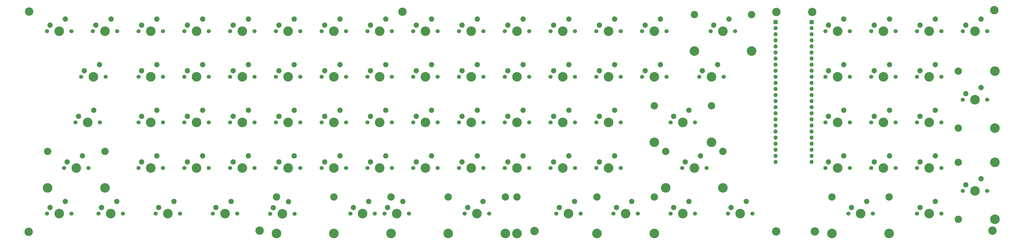
<source format=gbr>
%TF.GenerationSoftware,KiCad,Pcbnew,9.0.0*%
%TF.CreationDate,2025-04-11T18:17:41-05:00*%
%TF.ProjectId,AbbyNormal,41626279-4e6f-4726-9d61-6c2e6b696361,rev?*%
%TF.SameCoordinates,Original*%
%TF.FileFunction,Soldermask,Top*%
%TF.FilePolarity,Negative*%
%FSLAX46Y46*%
G04 Gerber Fmt 4.6, Leading zero omitted, Abs format (unit mm)*
G04 Created by KiCad (PCBNEW 9.0.0) date 2025-04-11 18:17:41*
%MOMM*%
%LPD*%
G01*
G04 APERTURE LIST*
%ADD10C,2.600000*%
%ADD11C,3.500000*%
%ADD12R,1.700000X1.700000*%
%ADD13O,1.700000X1.700000*%
%ADD14C,1.700000*%
%ADD15C,4.000000*%
%ADD16C,2.200000*%
%ADD17C,3.050000*%
G04 APERTURE END LIST*
D10*
%TO.C,REF\u002A\u002A*%
X368000000Y-73200000D03*
D11*
X368000000Y-73200000D03*
%TD*%
D10*
%TO.C,REF\u002A\u002A*%
X443800000Y-72400000D03*
D11*
X443800000Y-72400000D03*
%TD*%
D10*
%TO.C,REF\u002A\u002A*%
X369100000Y-164900000D03*
D11*
X369100000Y-164900000D03*
%TD*%
D10*
%TO.C,REF\u002A\u002A*%
X443000000Y-164600000D03*
D11*
X443000000Y-164600000D03*
%TD*%
D10*
%TO.C,REF\u002A\u002A*%
X252400000Y-164700000D03*
D11*
X252400000Y-164700000D03*
%TD*%
D10*
%TO.C,REF\u002A\u002A*%
X138000000Y-164600000D03*
D11*
X138000000Y-164600000D03*
%TD*%
D10*
%TO.C,REF\u002A\u002A*%
X197500000Y-73100000D03*
D11*
X197500000Y-73100000D03*
%TD*%
D10*
%TO.C,REF\u002A\u002A*%
X353000000Y-164900000D03*
D11*
X353000000Y-164900000D03*
%TD*%
D10*
%TO.C,REF\u002A\u002A*%
X353100000Y-73200000D03*
D11*
X353100000Y-73200000D03*
%TD*%
D10*
%TO.C,REF\u002A\u002A*%
X41900000Y-165100000D03*
D11*
X41900000Y-165100000D03*
%TD*%
D10*
%TO.C,REF\u002A\u002A*%
X42100000Y-73000000D03*
D11*
X42100000Y-73000000D03*
%TD*%
D12*
%TO.C,J2*%
X367720000Y-77400000D03*
D13*
X367720000Y-79940000D03*
X367720000Y-82480000D03*
X367720000Y-85020000D03*
X367720000Y-87560000D03*
X367720000Y-90100000D03*
X367720000Y-92640000D03*
X367720000Y-95180000D03*
X367720000Y-97720000D03*
X367720000Y-100260000D03*
X367720000Y-102800000D03*
X367720000Y-105340000D03*
X367720000Y-107880000D03*
X367720000Y-110420000D03*
X367720000Y-112960000D03*
X367720000Y-115500000D03*
X367720000Y-118040000D03*
X367720000Y-120580000D03*
X367720000Y-123120000D03*
X367720000Y-125660000D03*
X367720000Y-128200000D03*
X367720000Y-130740000D03*
X367720000Y-133280000D03*
X367720000Y-135820000D03*
%TD*%
D14*
%TO.C,SW81*%
X411630000Y-157480000D03*
D15*
X416710000Y-157480000D03*
D14*
X421790000Y-157480000D03*
D16*
X419250000Y-152400000D03*
X412900000Y-154940000D03*
%TD*%
D17*
%TO.C,SW84*%
X216541250Y-150480000D03*
D15*
X216541250Y-165720000D03*
D14*
X223361250Y-157480000D03*
D15*
X228441250Y-157480000D03*
D14*
X233521250Y-157480000D03*
D17*
X240341250Y-150480000D03*
D15*
X240341250Y-165720000D03*
D16*
X230981250Y-152400000D03*
X224631250Y-154940000D03*
%TD*%
D12*
%TO.C,J1*%
X352740000Y-77420000D03*
D13*
X352740000Y-79960000D03*
X352740000Y-82500000D03*
X352740000Y-85040000D03*
X352740000Y-87580000D03*
X352740000Y-90120000D03*
X352740000Y-92660000D03*
X352740000Y-95200000D03*
X352740000Y-97740000D03*
X352740000Y-100280000D03*
X352740000Y-102820000D03*
X352740000Y-105360000D03*
X352740000Y-107900000D03*
X352740000Y-110440000D03*
X352740000Y-112980000D03*
X352740000Y-115520000D03*
X352740000Y-118060000D03*
X352740000Y-120600000D03*
X352740000Y-123140000D03*
X352740000Y-125680000D03*
X352740000Y-128220000D03*
X352740000Y-130760000D03*
X352740000Y-133300000D03*
X352740000Y-135840000D03*
%TD*%
D17*
%TO.C,SW75*%
X145103750Y-150480000D03*
D15*
X145103750Y-165720000D03*
D14*
X190023750Y-157480000D03*
D15*
X195103750Y-157480000D03*
D14*
X200183750Y-157480000D03*
D17*
X245103750Y-150480000D03*
D15*
X245103750Y-165720000D03*
D16*
X197643750Y-152400000D03*
X191293750Y-154940000D03*
%TD*%
D17*
%TO.C,SW83*%
X168956750Y-150471050D03*
D15*
X168956750Y-165711050D03*
D14*
X175776750Y-157471050D03*
D15*
X180856750Y-157471050D03*
D14*
X185936750Y-157471050D03*
D17*
X192756750Y-150471050D03*
D15*
X192756750Y-165711050D03*
D16*
X183396750Y-152391050D03*
X177046750Y-154931050D03*
%TD*%
D14*
%TO.C,SW82*%
X142404750Y-157500000D03*
D15*
X147484750Y-157500000D03*
D14*
X152564750Y-157500000D03*
D16*
X150024750Y-152420000D03*
X143674750Y-154960000D03*
%TD*%
D17*
%TO.C,SW80*%
X376235000Y-150480000D03*
D15*
X376235000Y-165720000D03*
D14*
X383055000Y-157480000D03*
D15*
X388135000Y-157480000D03*
D14*
X393215000Y-157480000D03*
D17*
X400035000Y-150480000D03*
D15*
X400035000Y-165720000D03*
D16*
X390675000Y-152400000D03*
X384325000Y-154940000D03*
%TD*%
D14*
%TO.C,SW78*%
X309086250Y-157480000D03*
D15*
X314166250Y-157480000D03*
D14*
X319246250Y-157480000D03*
D16*
X316706250Y-152400000D03*
X310356250Y-154940000D03*
%TD*%
D17*
%TO.C,SW77*%
X278453750Y-150480000D03*
D15*
X278453750Y-165720000D03*
D14*
X285273750Y-157480000D03*
D15*
X290353750Y-157480000D03*
D14*
X295433750Y-157480000D03*
D17*
X302253750Y-150480000D03*
D15*
X302253750Y-165720000D03*
D16*
X292893750Y-152400000D03*
X286543750Y-154940000D03*
%TD*%
%TO.C,SW16*%
X374800000Y-78740000D03*
X381150000Y-76200000D03*
D14*
X383690000Y-81280000D03*
D15*
X378610000Y-81280000D03*
D14*
X373530000Y-81280000D03*
%TD*%
D16*
%TO.C,SW37*%
X431950000Y-107315000D03*
X438300000Y-104775000D03*
D15*
X444000000Y-121755000D03*
X444000000Y-97955000D03*
D14*
X440840000Y-109855000D03*
D15*
X435760000Y-109855000D03*
D14*
X430680000Y-109855000D03*
D17*
X428760000Y-121755000D03*
X428760000Y-97955000D03*
%TD*%
D16*
%TO.C,SW17*%
X393850000Y-78740000D03*
X400200000Y-76200000D03*
D14*
X402740000Y-81280000D03*
D15*
X397660000Y-81280000D03*
D14*
X392580000Y-81280000D03*
%TD*%
D16*
%TO.C,SW36*%
X412900000Y-97790000D03*
X419250000Y-95250000D03*
D14*
X421790000Y-100330000D03*
D15*
X416710000Y-100330000D03*
D14*
X411630000Y-100330000D03*
%TD*%
D16*
%TO.C,SW18*%
X412900000Y-78740000D03*
X419250000Y-76200000D03*
D14*
X421790000Y-81280000D03*
D15*
X416710000Y-81280000D03*
D14*
X411630000Y-81280000D03*
%TD*%
D16*
%TO.C,SW68*%
X393850000Y-135890000D03*
X400200000Y-133350000D03*
D14*
X402740000Y-138430000D03*
D15*
X397660000Y-138430000D03*
D14*
X392580000Y-138430000D03*
%TD*%
D16*
%TO.C,SW70*%
X431950000Y-145415000D03*
X438300000Y-142875000D03*
D15*
X444000000Y-159855000D03*
X444000000Y-136055000D03*
D14*
X440840000Y-147955000D03*
D15*
X435760000Y-147955000D03*
D14*
X430680000Y-147955000D03*
D17*
X428760000Y-159855000D03*
X428760000Y-136055000D03*
%TD*%
D16*
%TO.C,SW69*%
X412900000Y-135890000D03*
X419250000Y-133350000D03*
D14*
X421790000Y-138430000D03*
D15*
X416710000Y-138430000D03*
D14*
X411630000Y-138430000D03*
%TD*%
D16*
%TO.C,SW52*%
X393850000Y-116840000D03*
X400200000Y-114300000D03*
D14*
X402740000Y-119380000D03*
D15*
X397660000Y-119380000D03*
D14*
X392580000Y-119380000D03*
%TD*%
D16*
%TO.C,SW53*%
X412900000Y-116840000D03*
X419250000Y-114300000D03*
D14*
X421790000Y-119380000D03*
D15*
X416710000Y-119380000D03*
D14*
X411630000Y-119380000D03*
%TD*%
D16*
%TO.C,SW67*%
X374800000Y-135890000D03*
X381150000Y-133350000D03*
D14*
X383690000Y-138430000D03*
D15*
X378610000Y-138430000D03*
D14*
X373530000Y-138430000D03*
%TD*%
D16*
%TO.C,SW34*%
X374800000Y-97790000D03*
X381150000Y-95250000D03*
D14*
X383690000Y-100330000D03*
D15*
X378610000Y-100330000D03*
D14*
X373530000Y-100330000D03*
%TD*%
D16*
%TO.C,SW19*%
X431950000Y-78740000D03*
X438300000Y-76200000D03*
D14*
X440840000Y-81280000D03*
D15*
X435760000Y-81280000D03*
D14*
X430680000Y-81280000D03*
%TD*%
D16*
%TO.C,SW51*%
X374800000Y-116840000D03*
X381150000Y-114300000D03*
D14*
X383690000Y-119380000D03*
D15*
X378610000Y-119380000D03*
D14*
X373530000Y-119380000D03*
%TD*%
D16*
%TO.C,SW35*%
X393850000Y-97790000D03*
X400200000Y-95250000D03*
D14*
X402740000Y-100330000D03*
D15*
X397660000Y-100330000D03*
D14*
X392580000Y-100330000D03*
%TD*%
%TO.C,SW30*%
X259080000Y-100330000D03*
D15*
X264160000Y-100330000D03*
D14*
X269240000Y-100330000D03*
D16*
X266700000Y-95250000D03*
X260350000Y-97790000D03*
%TD*%
D14*
%TO.C,SW39*%
X87630000Y-119380000D03*
D15*
X92710000Y-119380000D03*
D14*
X97790000Y-119380000D03*
D16*
X95250000Y-114300000D03*
X88900000Y-116840000D03*
%TD*%
D14*
%TO.C,SW48*%
X259080000Y-119380000D03*
D15*
X264160000Y-119380000D03*
D14*
X269240000Y-119380000D03*
D16*
X266700000Y-114300000D03*
X260350000Y-116840000D03*
%TD*%
D14*
%TO.C,SW40*%
X106680000Y-119380000D03*
D15*
X111760000Y-119380000D03*
D14*
X116840000Y-119380000D03*
D16*
X114300000Y-114300000D03*
X107950000Y-116840000D03*
%TD*%
D14*
%TO.C,SW57*%
X125730000Y-138430000D03*
D15*
X130810000Y-138430000D03*
D14*
X135890000Y-138430000D03*
D16*
X133350000Y-133350000D03*
X127000000Y-135890000D03*
%TD*%
D14*
%TO.C,SW74*%
X118586250Y-157480000D03*
D15*
X123666250Y-157480000D03*
D14*
X128746250Y-157480000D03*
D16*
X126206250Y-152400000D03*
X119856250Y-154940000D03*
%TD*%
D14*
%TO.C,SW26*%
X182880000Y-100330000D03*
D15*
X187960000Y-100330000D03*
D14*
X193040000Y-100330000D03*
D16*
X190500000Y-95250000D03*
X184150000Y-97790000D03*
%TD*%
D14*
%TO.C,SW79*%
X332898750Y-157480000D03*
D15*
X337978750Y-157480000D03*
D14*
X343058750Y-157480000D03*
D16*
X340518750Y-152400000D03*
X334168750Y-154940000D03*
%TD*%
D14*
%TO.C,SW7*%
X163830000Y-81280000D03*
D15*
X168910000Y-81280000D03*
D14*
X173990000Y-81280000D03*
D16*
X171450000Y-76200000D03*
X165100000Y-78740000D03*
%TD*%
D14*
%TO.C,SW2*%
X68580000Y-81280000D03*
D15*
X73660000Y-81280000D03*
D14*
X78740000Y-81280000D03*
D16*
X76200000Y-76200000D03*
X69850000Y-78740000D03*
%TD*%
D14*
%TO.C,SW32*%
X297180000Y-100330000D03*
D15*
X302260000Y-100330000D03*
D14*
X307340000Y-100330000D03*
D16*
X304800000Y-95250000D03*
X298450000Y-97790000D03*
%TD*%
D14*
%TO.C,SW25*%
X163830000Y-100330000D03*
D15*
X168910000Y-100330000D03*
D14*
X173990000Y-100330000D03*
D16*
X171450000Y-95250000D03*
X165100000Y-97790000D03*
%TD*%
D14*
%TO.C,SW38*%
X61436250Y-119380000D03*
D15*
X66516250Y-119380000D03*
D14*
X71596250Y-119380000D03*
D16*
X69056250Y-114300000D03*
X62706250Y-116840000D03*
%TD*%
D14*
%TO.C,SW1*%
X49530000Y-81280000D03*
D15*
X54610000Y-81280000D03*
D14*
X59690000Y-81280000D03*
D16*
X57150000Y-76200000D03*
X50800000Y-78740000D03*
%TD*%
D14*
%TO.C,SW55*%
X87630000Y-138430000D03*
D15*
X92710000Y-138430000D03*
D14*
X97790000Y-138430000D03*
D16*
X95250000Y-133350000D03*
X88900000Y-135890000D03*
%TD*%
D14*
%TO.C,SW71*%
X49530000Y-157480000D03*
D15*
X54610000Y-157480000D03*
D14*
X59690000Y-157480000D03*
D16*
X57150000Y-152400000D03*
X50800000Y-154940000D03*
%TD*%
D14*
%TO.C,SW23*%
X125730000Y-100330000D03*
D15*
X130810000Y-100330000D03*
D14*
X135890000Y-100330000D03*
D16*
X133350000Y-95250000D03*
X127000000Y-97790000D03*
%TD*%
D14*
%TO.C,SW44*%
X182880000Y-119380000D03*
D15*
X187960000Y-119380000D03*
D14*
X193040000Y-119380000D03*
D16*
X190500000Y-114300000D03*
X184150000Y-116840000D03*
%TD*%
D14*
%TO.C,SW58*%
X144780000Y-138430000D03*
D15*
X149860000Y-138430000D03*
D14*
X154940000Y-138430000D03*
D16*
X152400000Y-133350000D03*
X146050000Y-135890000D03*
%TD*%
D14*
%TO.C,SW5*%
X125730000Y-81280000D03*
D15*
X130810000Y-81280000D03*
D14*
X135890000Y-81280000D03*
D16*
X133350000Y-76200000D03*
X127000000Y-78740000D03*
%TD*%
D14*
%TO.C,SW4*%
X106680000Y-81280000D03*
D15*
X111760000Y-81280000D03*
D14*
X116840000Y-81280000D03*
D16*
X114300000Y-76200000D03*
X107950000Y-78740000D03*
%TD*%
D14*
%TO.C,SW46*%
X220980000Y-119380000D03*
D15*
X226060000Y-119380000D03*
D14*
X231140000Y-119380000D03*
D16*
X228600000Y-114300000D03*
X222250000Y-116840000D03*
%TD*%
D14*
%TO.C,SW31*%
X278130000Y-100330000D03*
D15*
X283210000Y-100330000D03*
D14*
X288290000Y-100330000D03*
D16*
X285750000Y-95250000D03*
X279400000Y-97790000D03*
%TD*%
D14*
%TO.C,SW6*%
X144780000Y-81280000D03*
D15*
X149860000Y-81280000D03*
D14*
X154940000Y-81280000D03*
D16*
X152400000Y-76200000D03*
X146050000Y-78740000D03*
%TD*%
D17*
%TO.C,SW50*%
X302266250Y-112380000D03*
D15*
X302266250Y-127620000D03*
D14*
X309086250Y-119380000D03*
D15*
X314166250Y-119380000D03*
D14*
X319246250Y-119380000D03*
D17*
X326066250Y-112380000D03*
D15*
X326066250Y-127620000D03*
D16*
X316706250Y-114300000D03*
X310356250Y-116840000D03*
%TD*%
D14*
%TO.C,SW3*%
X87630000Y-81280000D03*
D15*
X92710000Y-81280000D03*
D14*
X97790000Y-81280000D03*
D16*
X95250000Y-76200000D03*
X88900000Y-78740000D03*
%TD*%
D17*
%TO.C,SW15*%
X318935000Y-74280000D03*
D15*
X318935000Y-89520000D03*
D14*
X325755000Y-81280000D03*
D15*
X330835000Y-81280000D03*
D14*
X335915000Y-81280000D03*
D17*
X342735000Y-74280000D03*
D15*
X342735000Y-89520000D03*
D16*
X333375000Y-76200000D03*
X327025000Y-78740000D03*
%TD*%
D14*
%TO.C,SW41*%
X125730000Y-119380000D03*
D15*
X130810000Y-119380000D03*
D14*
X135890000Y-119380000D03*
D16*
X133350000Y-114300000D03*
X127000000Y-116840000D03*
%TD*%
D14*
%TO.C,SW60*%
X182880000Y-138430000D03*
D15*
X187960000Y-138430000D03*
D14*
X193040000Y-138430000D03*
D16*
X190500000Y-133350000D03*
X184150000Y-135890000D03*
%TD*%
D14*
%TO.C,SW22*%
X106680000Y-100330000D03*
D15*
X111760000Y-100330000D03*
D14*
X116840000Y-100330000D03*
D16*
X114300000Y-95250000D03*
X107950000Y-97790000D03*
%TD*%
D14*
%TO.C,SW10*%
X220980000Y-81280000D03*
D15*
X226060000Y-81280000D03*
D14*
X231140000Y-81280000D03*
D16*
X228600000Y-76200000D03*
X222250000Y-78740000D03*
%TD*%
D14*
%TO.C,SW33*%
X320992500Y-100330000D03*
D15*
X326072500Y-100330000D03*
D14*
X331152500Y-100330000D03*
D16*
X328612500Y-95250000D03*
X322262500Y-97790000D03*
%TD*%
D14*
%TO.C,SW20*%
X63817500Y-100330000D03*
D15*
X68897500Y-100330000D03*
D14*
X73977500Y-100330000D03*
D16*
X71437500Y-95250000D03*
X65087500Y-97790000D03*
%TD*%
D14*
%TO.C,SW29*%
X240030000Y-100330000D03*
D15*
X245110000Y-100330000D03*
D14*
X250190000Y-100330000D03*
D16*
X247650000Y-95250000D03*
X241300000Y-97790000D03*
%TD*%
D14*
%TO.C,SW43*%
X163830000Y-119380000D03*
D15*
X168910000Y-119380000D03*
D14*
X173990000Y-119380000D03*
D16*
X171450000Y-114300000D03*
X165100000Y-116840000D03*
%TD*%
D14*
%TO.C,SW59*%
X163830000Y-138430000D03*
D15*
X168910000Y-138430000D03*
D14*
X173990000Y-138430000D03*
D16*
X171450000Y-133350000D03*
X165100000Y-135890000D03*
%TD*%
D14*
%TO.C,SW13*%
X278130000Y-81280000D03*
D15*
X283210000Y-81280000D03*
D14*
X288290000Y-81280000D03*
D16*
X285750000Y-76200000D03*
X279400000Y-78740000D03*
%TD*%
D14*
%TO.C,SW72*%
X70961250Y-157480000D03*
D15*
X76041250Y-157480000D03*
D14*
X81121250Y-157480000D03*
D16*
X78581250Y-152400000D03*
X72231250Y-154940000D03*
%TD*%
D14*
%TO.C,SW21*%
X87630000Y-100330000D03*
D15*
X92710000Y-100330000D03*
D14*
X97790000Y-100330000D03*
D16*
X95250000Y-95250000D03*
X88900000Y-97790000D03*
%TD*%
D14*
%TO.C,SW76*%
X261461250Y-157480000D03*
D15*
X266541250Y-157480000D03*
D14*
X271621250Y-157480000D03*
D16*
X269081250Y-152400000D03*
X262731250Y-154940000D03*
%TD*%
D14*
%TO.C,SW9*%
X201930000Y-81280000D03*
D15*
X207010000Y-81280000D03*
D14*
X212090000Y-81280000D03*
D16*
X209550000Y-76200000D03*
X203200000Y-78740000D03*
%TD*%
D14*
%TO.C,SW63*%
X240030000Y-138430000D03*
D15*
X245110000Y-138430000D03*
D14*
X250190000Y-138430000D03*
D16*
X247650000Y-133350000D03*
X241300000Y-135890000D03*
%TD*%
D14*
%TO.C,SW45*%
X201930000Y-119380000D03*
D15*
X207010000Y-119380000D03*
D14*
X212090000Y-119380000D03*
D16*
X209550000Y-114300000D03*
X203200000Y-116840000D03*
%TD*%
D14*
%TO.C,SW56*%
X106680000Y-138430000D03*
D15*
X111760000Y-138430000D03*
D14*
X116840000Y-138430000D03*
D16*
X114300000Y-133350000D03*
X107950000Y-135890000D03*
%TD*%
D14*
%TO.C,SW64*%
X259080000Y-138430000D03*
D15*
X264160000Y-138430000D03*
D14*
X269240000Y-138430000D03*
D16*
X266700000Y-133350000D03*
X260350000Y-135890000D03*
%TD*%
D14*
%TO.C,SW27*%
X201930000Y-100330000D03*
D15*
X207010000Y-100330000D03*
D14*
X212090000Y-100330000D03*
D16*
X209550000Y-95250000D03*
X203200000Y-97790000D03*
%TD*%
D14*
%TO.C,SW47*%
X240030000Y-119380000D03*
D15*
X245110000Y-119380000D03*
D14*
X250190000Y-119380000D03*
D16*
X247650000Y-114300000D03*
X241300000Y-116840000D03*
%TD*%
D17*
%TO.C,SW54*%
X49853750Y-131430000D03*
D15*
X49853750Y-146670000D03*
D14*
X56673750Y-138430000D03*
D15*
X61753750Y-138430000D03*
D14*
X66833750Y-138430000D03*
D17*
X73653750Y-131430000D03*
D15*
X73653750Y-146670000D03*
D16*
X64293750Y-133350000D03*
X57943750Y-135890000D03*
%TD*%
D14*
%TO.C,SW73*%
X94773750Y-157480000D03*
D15*
X99853750Y-157480000D03*
D14*
X104933750Y-157480000D03*
D16*
X102393750Y-152400000D03*
X96043750Y-154940000D03*
%TD*%
D14*
%TO.C,SW65*%
X278130000Y-138430000D03*
D15*
X283210000Y-138430000D03*
D14*
X288290000Y-138430000D03*
D16*
X285750000Y-133350000D03*
X279400000Y-135890000D03*
%TD*%
D14*
%TO.C,SW11*%
X240030000Y-81280000D03*
D15*
X245110000Y-81280000D03*
D14*
X250190000Y-81280000D03*
D16*
X247650000Y-76200000D03*
X241300000Y-78740000D03*
%TD*%
D14*
%TO.C,SW62*%
X220980000Y-138430000D03*
D15*
X226060000Y-138430000D03*
D14*
X231140000Y-138430000D03*
D16*
X228600000Y-133350000D03*
X222250000Y-135890000D03*
%TD*%
D14*
%TO.C,SW12*%
X259080000Y-81280000D03*
D15*
X264160000Y-81280000D03*
D14*
X269240000Y-81280000D03*
D16*
X266700000Y-76200000D03*
X260350000Y-78740000D03*
%TD*%
D14*
%TO.C,SW14*%
X297180000Y-81280000D03*
D15*
X302260000Y-81280000D03*
D14*
X307340000Y-81280000D03*
D16*
X304800000Y-76200000D03*
X298450000Y-78740000D03*
%TD*%
D14*
%TO.C,SW8*%
X182880000Y-81280000D03*
D15*
X187960000Y-81280000D03*
D14*
X193040000Y-81280000D03*
D16*
X190500000Y-76200000D03*
X184150000Y-78740000D03*
%TD*%
D14*
%TO.C,SW24*%
X144780000Y-100330000D03*
D15*
X149860000Y-100330000D03*
D14*
X154940000Y-100330000D03*
D16*
X152400000Y-95250000D03*
X146050000Y-97790000D03*
%TD*%
D14*
%TO.C,SW28*%
X220980000Y-100330000D03*
D15*
X226060000Y-100330000D03*
D14*
X231140000Y-100330000D03*
D16*
X228600000Y-95250000D03*
X222250000Y-97790000D03*
%TD*%
D14*
%TO.C,SW61*%
X201930000Y-138430000D03*
D15*
X207010000Y-138430000D03*
D14*
X212090000Y-138430000D03*
D16*
X209550000Y-133350000D03*
X203200000Y-135890000D03*
%TD*%
D14*
%TO.C,SW42*%
X144780000Y-119380000D03*
D15*
X149860000Y-119380000D03*
D14*
X154940000Y-119380000D03*
D16*
X152400000Y-114300000D03*
X146050000Y-116840000D03*
%TD*%
D14*
%TO.C,SW49*%
X278130000Y-119380000D03*
D15*
X283210000Y-119380000D03*
D14*
X288290000Y-119380000D03*
D16*
X285750000Y-114300000D03*
X279400000Y-116840000D03*
%TD*%
D17*
%TO.C,SW66*%
X307028750Y-131430000D03*
D15*
X307028750Y-146670000D03*
D14*
X313848750Y-138430000D03*
D15*
X318928750Y-138430000D03*
D14*
X324008750Y-138430000D03*
D17*
X330828750Y-131430000D03*
D15*
X330828750Y-146670000D03*
D16*
X321468750Y-133350000D03*
X315118750Y-135890000D03*
%TD*%
M02*

</source>
